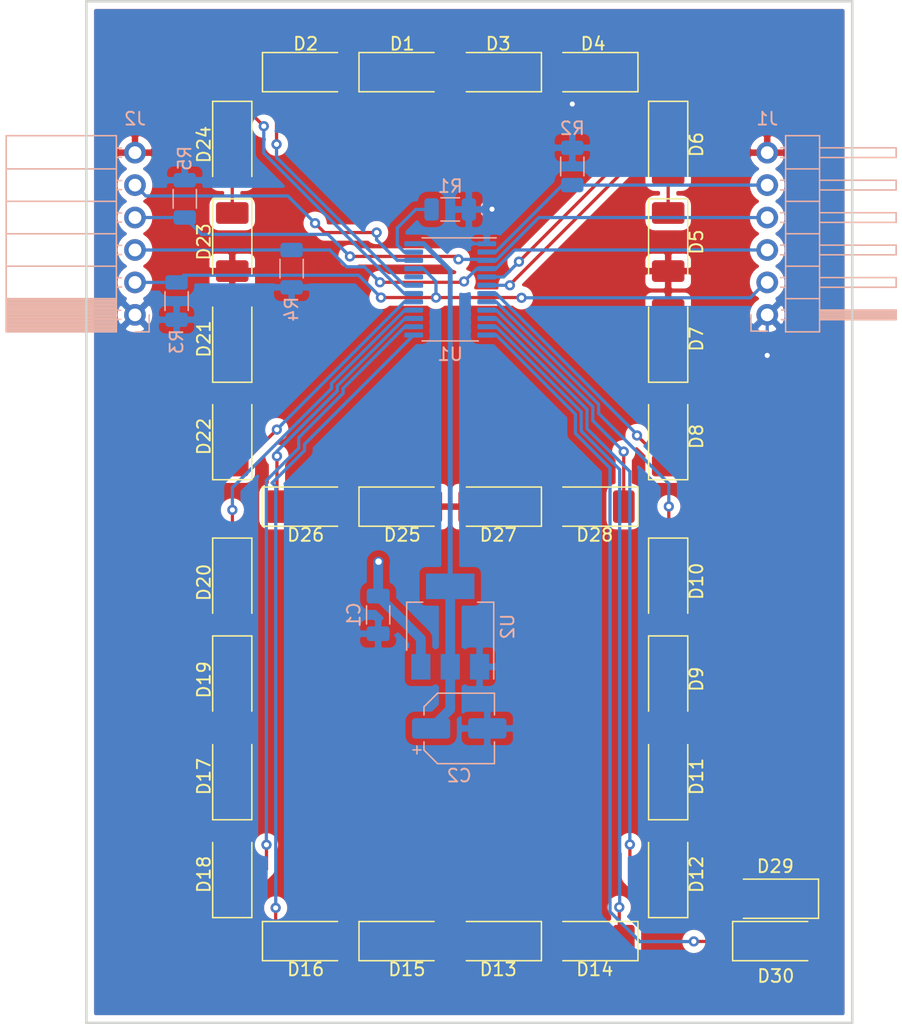
<source format=kicad_pcb>
(kicad_pcb (version 20171130) (host pcbnew "(5.1.8)-1")
  (layers (0 F.Cu signal) (31 B.Cu signal) (34 B.Paste user) (35 F.Paste user) (36 B.SilkS user) (37 F.SilkS user) (38 B.Mask user) (39 F.Mask user) (44 Edge.Cuts user))
  (net 0 "")
  (net 1 GND)
  (net 2 VCC)
  (net 3 +3V3)
  (net 4 "Net-(D1-Pad1)")
  (net 5 OUT00)
  (net 6 "Net-(D3-Pad1)")
  (net 7 OUT01)
  (net 8 "Net-(D5-Pad1)")
  (net 9 OUT02)
  (net 10 "Net-(D7-Pad1)")
  (net 11 OUT03)
  (net 12 "Net-(D10-Pad2)")
  (net 13 OUT04)
  (net 14 "Net-(D11-Pad1)")
  (net 15 OUT05)
  (net 16 "Net-(D13-Pad1)")
  (net 17 OUT06)
  (net 18 "Net-(D15-Pad1)")
  (net 19 OUT07)
  (net 20 "Net-(D17-Pad1)")
  (net 21 OUT08)
  (net 22 "Net-(D19-Pad1)")
  (net 23 OUT09)
  (net 24 "Net-(D21-Pad1)")
  (net 25 OUT10)
  (net 26 "Net-(D23-Pad1)")
  (net 27 OUT11)
  (net 28 "Net-(D25-Pad1)")
  (net 29 OUT12)
  (net 30 "Net-(D27-Pad1)")
  (net 31 OUT13)
  (net 32 SDI)
  (net 33 CLK)
  (net 34 LATCH)
  (net 35 !OE)
  (net 36 SDO)
  (net 37 "Net-(R1-Pad2)")
  (net 38 "Net-(D29-Pad1)")
  (net 39 OUT14)
  (module Resistor_SMD:R_1206_3216Metric (layer B.Cu) (at 125.13 78.6175 90)
    (fp_text reference R4 (at -3.175 0 90) (layer B.SilkS) (effects (justify mirror)))
    (fp_text value 100k)
    (pad 1 smd roundrect (at -1.4625 0 90) (size 1.125 1.75) (layers B.Cu B.Paste B.Mask) (roundrect_rratio 0.222222) (net 1 GND))
    (pad 2 smd roundrect (at 1.4625 0 90) (size 1.125 1.75) (layers B.Cu B.Paste B.Mask) (roundrect_rratio 0.222222) (net 34 LATCH))
  )
  (module Capacitor_SMD:C_1206_3216Metric (layer B.Cu) (at 131.91 105.73 90)
    (fp_text reference C1 (at 0 -1.905 90) (layer B.SilkS) (effects (justify mirror)))
    (fp_text value 0.1u)
    (pad 1 smd roundrect (at -1.475 0 90) (size 1.15 1.8) (layers B.Cu B.Paste B.Mask) (roundrect_rratio 0.217391) (net 1 GND))
    (pad 2 smd roundrect (at 1.475 0 90) (size 1.15 1.8) (layers B.Cu B.Paste B.Mask) (roundrect_rratio 0.217391) (net 2 VCC))
  )
  (module Capacitor_SMD:CP_Elec_5x5.4 (layer B.Cu) (at 138.26 114.62)
    (fp_text reference C2 (at 0 3.7) (layer B.SilkS) (effects (justify mirror)))
    (fp_text value 47u)
    (pad 1 smd roundrect (at -2.2 0) (size 3 1.6) (layers B.Cu B.Paste B.Mask) (roundrect_rratio 0.15625) (net 3 +3V3))
    (pad 2 smd roundrect (at 2.2 0) (size 3 1.6) (layers B.Cu B.Paste B.Mask) (roundrect_rratio 0.15625) (net 1 GND))
  )
  (module LED_SMD:LED_2010_5025Metric_Castellated (layer F.Cu) (at 133.794 63.23)
    (fp_text reference D1 (at 0 -2.22) (layer F.SilkS))
    (fp_text value LED)
    (pad 2 smd roundrect (at 2.275 0) (size 1.7 2.55) (layers F.Cu F.Paste F.Mask) (roundrect_rratio 0.147059) (net 2 VCC))
    (pad 1 smd roundrect (at -2.275 0) (size 1.7 2.55) (layers F.Cu F.Paste F.Mask) (roundrect_rratio 0.147059) (net 4 "Net-(D1-Pad1)"))
  )
  (module LED_SMD:LED_2010_5025Metric_Castellated (layer F.Cu) (at 126.232 63.23)
    (fp_text reference D2 (at 0 -2.22) (layer F.SilkS))
    (fp_text value LED)
    (pad 1 smd roundrect (at -2.275 0) (size 1.7 2.55) (layers F.Cu F.Paste F.Mask) (roundrect_rratio 0.147059) (net 5 OUT00))
    (pad 2 smd roundrect (at 2.275 0) (size 1.7 2.55) (layers F.Cu F.Paste F.Mask) (roundrect_rratio 0.147059) (net 4 "Net-(D1-Pad1)"))
  )
  (module LED_SMD:LED_2010_5025Metric_Castellated (layer F.Cu) (at 141.316 63.23 180)
    (fp_text reference D3 (at 0 2.22) (layer F.SilkS))
    (fp_text value LED)
    (pad 2 smd roundrect (at 2.275 0 180) (size 1.7 2.55) (layers F.Cu F.Paste F.Mask) (roundrect_rratio 0.147059) (net 2 VCC))
    (pad 1 smd roundrect (at -2.275 0 180) (size 1.7 2.55) (layers F.Cu F.Paste F.Mask) (roundrect_rratio 0.147059) (net 6 "Net-(D3-Pad1)"))
  )
  (module LED_SMD:LED_2010_5025Metric_Castellated (layer F.Cu) (at 148.878 63.23 180)
    (fp_text reference D4 (at 0.13 2.22) (layer F.SilkS))
    (fp_text value LED)
    (pad 1 smd roundrect (at -2.275 0 180) (size 1.7 2.55) (layers F.Cu F.Paste F.Mask) (roundrect_rratio 0.147059) (net 7 OUT01))
    (pad 2 smd roundrect (at 2.275 0 180) (size 1.7 2.55) (layers F.Cu F.Paste F.Mask) (roundrect_rratio 0.147059) (net 6 "Net-(D3-Pad1)"))
  )
  (module LED_SMD:LED_2010_5025Metric_Castellated (layer F.Cu) (at 154.63 76.533333 270)
    (fp_text reference D5 (at 0 -2.22 90) (layer F.SilkS))
    (fp_text value LED)
    (pad 2 smd roundrect (at 2.275 0 270) (size 1.7 2.55) (layers F.Cu F.Paste F.Mask) (roundrect_rratio 0.147059) (net 2 VCC))
    (pad 1 smd roundrect (at -2.275 0 270) (size 1.7 2.55) (layers F.Cu F.Paste F.Mask) (roundrect_rratio 0.147059) (net 8 "Net-(D5-Pad1)"))
  )
  (module LED_SMD:LED_2010_5025Metric_Castellated (layer F.Cu) (at 154.63 68.9 270)
    (fp_text reference D6 (at 0 -2.22 90) (layer F.SilkS))
    (fp_text value LED)
    (pad 1 smd roundrect (at -2.275 0 270) (size 1.7 2.55) (layers F.Cu F.Paste F.Mask) (roundrect_rratio 0.147059) (net 9 OUT02))
    (pad 2 smd roundrect (at 2.275 0 270) (size 1.7 2.55) (layers F.Cu F.Paste F.Mask) (roundrect_rratio 0.147059) (net 8 "Net-(D5-Pad1)"))
  )
  (module LED_SMD:LED_2010_5025Metric_Castellated (layer F.Cu) (at 154.63 84.126666 90)
    (fp_text reference D7 (at 0 2.22 90) (layer F.SilkS))
    (fp_text value LED)
    (pad 2 smd roundrect (at 2.275 0 90) (size 1.7 2.55) (layers F.Cu F.Paste F.Mask) (roundrect_rratio 0.147059) (net 2 VCC))
    (pad 1 smd roundrect (at -2.275 0 90) (size 1.7 2.55) (layers F.Cu F.Paste F.Mask) (roundrect_rratio 0.147059) (net 10 "Net-(D7-Pad1)"))
  )
  (module LED_SMD:LED_2010_5025Metric_Castellated (layer F.Cu) (at 154.63 91.76 90)
    (fp_text reference D8 (at 0 2.22 90) (layer F.SilkS))
    (fp_text value LED)
    (pad 1 smd roundrect (at -2.275 0 90) (size 1.7 2.55) (layers F.Cu F.Paste F.Mask) (roundrect_rratio 0.147059) (net 11 OUT03))
    (pad 2 smd roundrect (at 2.275 0 90) (size 1.7 2.55) (layers F.Cu F.Paste F.Mask) (roundrect_rratio 0.147059) (net 10 "Net-(D7-Pad1)"))
  )
  (module LED_SMD:LED_2010_5025Metric_Castellated (layer F.Cu) (at 154.63 110.763333 270)
    (fp_text reference D9 (at 0 -2.22 90) (layer F.SilkS))
    (fp_text value LED)
    (pad 2 smd roundrect (at 2.275 0 270) (size 1.7 2.55) (layers F.Cu F.Paste F.Mask) (roundrect_rratio 0.147059) (net 2 VCC))
    (pad 1 smd roundrect (at -2.275 0 270) (size 1.7 2.55) (layers F.Cu F.Paste F.Mask) (roundrect_rratio 0.147059) (net 12 "Net-(D10-Pad2)"))
  )
  (module LED_SMD:LED_2010_5025Metric_Castellated (layer F.Cu) (at 154.63 103.1 270)
    (fp_text reference D10 (at 0 -2.22 90) (layer F.SilkS))
    (fp_text value LED)
    (pad 1 smd roundrect (at -2.275 0 270) (size 1.7 2.55) (layers F.Cu F.Paste F.Mask) (roundrect_rratio 0.147059) (net 13 OUT04))
    (pad 2 smd roundrect (at 2.275 0 270) (size 1.7 2.55) (layers F.Cu F.Paste F.Mask) (roundrect_rratio 0.147059) (net 12 "Net-(D10-Pad2)"))
  )
  (module LED_SMD:LED_2010_5025Metric_Castellated (layer F.Cu) (at 154.63 118.386666 90)
    (fp_text reference D11 (at 0 2.22 90) (layer F.SilkS))
    (fp_text value LED)
    (pad 2 smd roundrect (at 2.275 0 90) (size 1.7 2.55) (layers F.Cu F.Paste F.Mask) (roundrect_rratio 0.147059) (net 2 VCC))
    (pad 1 smd roundrect (at -2.275 0 90) (size 1.7 2.55) (layers F.Cu F.Paste F.Mask) (roundrect_rratio 0.147059) (net 14 "Net-(D11-Pad1)"))
  )
  (module LED_SMD:LED_2010_5025Metric_Castellated (layer F.Cu) (at 154.63 126.05 90)
    (fp_text reference D12 (at 0 2.22 90) (layer F.SilkS))
    (fp_text value LED)
    (pad 1 smd roundrect (at -2.275 0 90) (size 1.7 2.55) (layers F.Cu F.Paste F.Mask) (roundrect_rratio 0.147059) (net 15 OUT05))
    (pad 2 smd roundrect (at 2.275 0 90) (size 1.7 2.55) (layers F.Cu F.Paste F.Mask) (roundrect_rratio 0.147059) (net 14 "Net-(D11-Pad1)"))
  )
  (module LED_SMD:LED_2010_5025Metric_Castellated (layer F.Cu) (at 141.316 131.275 180)
    (fp_text reference D13 (at 0 -2.22) (layer F.SilkS))
    (fp_text value LED)
    (pad 2 smd roundrect (at 2.275 0 180) (size 1.7 2.55) (layers F.Cu F.Paste F.Mask) (roundrect_rratio 0.147059) (net 2 VCC))
    (pad 1 smd roundrect (at -2.275 0 180) (size 1.7 2.55) (layers F.Cu F.Paste F.Mask) (roundrect_rratio 0.147059) (net 16 "Net-(D13-Pad1)"))
  )
  (module LED_SMD:LED_2010_5025Metric_Castellated (layer F.Cu) (at 148.878 131.275 180)
    (fp_text reference D14 (at 0 -2.22) (layer F.SilkS))
    (fp_text value LED)
    (pad 1 smd roundrect (at -2.275 0 180) (size 1.7 2.55) (layers F.Cu F.Paste F.Mask) (roundrect_rratio 0.147059) (net 17 OUT06))
    (pad 2 smd roundrect (at 2.275 0 180) (size 1.7 2.55) (layers F.Cu F.Paste F.Mask) (roundrect_rratio 0.147059) (net 16 "Net-(D13-Pad1)"))
  )
  (module LED_SMD:LED_2010_5025Metric_Castellated (layer F.Cu) (at 133.794 131.275)
    (fp_text reference D15 (at 0.366667 2.22) (layer F.SilkS))
    (fp_text value LED)
    (pad 2 smd roundrect (at 2.275 0) (size 1.7 2.55) (layers F.Cu F.Paste F.Mask) (roundrect_rratio 0.147059) (net 2 VCC))
    (pad 1 smd roundrect (at -2.275 0) (size 1.7 2.55) (layers F.Cu F.Paste F.Mask) (roundrect_rratio 0.147059) (net 18 "Net-(D15-Pad1)"))
  )
  (module LED_SMD:LED_2010_5025Metric_Castellated (layer F.Cu) (at 126.232 131.275)
    (fp_text reference D16 (at 0 2.22) (layer F.SilkS))
    (fp_text value LED)
    (pad 1 smd roundrect (at -2.275 0) (size 1.7 2.55) (layers F.Cu F.Paste F.Mask) (roundrect_rratio 0.147059) (net 19 OUT07))
    (pad 2 smd roundrect (at 2.275 0) (size 1.7 2.55) (layers F.Cu F.Paste F.Mask) (roundrect_rratio 0.147059) (net 18 "Net-(D15-Pad1)"))
  )
  (module LED_SMD:LED_2010_5025Metric_Castellated (layer F.Cu) (at 120.48 118.386666 90)
    (fp_text reference D17 (at 0 -2.22 90) (layer F.SilkS))
    (fp_text value LED)
    (pad 1 smd roundrect (at -2.275 0 90) (size 1.7 2.55) (layers F.Cu F.Paste F.Mask) (roundrect_rratio 0.147059) (net 20 "Net-(D17-Pad1)"))
    (pad 2 smd roundrect (at 2.275 0 90) (size 1.7 2.55) (layers F.Cu F.Paste F.Mask) (roundrect_rratio 0.147059) (net 2 VCC))
  )
  (module LED_SMD:LED_2010_5025Metric_Castellated (layer F.Cu) (at 120.48 126.05 90)
    (fp_text reference D18 (at 0 -2.22 90) (layer F.SilkS))
    (fp_text value LED)
    (pad 2 smd roundrect (at 2.275 0 90) (size 1.7 2.55) (layers F.Cu F.Paste F.Mask) (roundrect_rratio 0.147059) (net 20 "Net-(D17-Pad1)"))
    (pad 1 smd roundrect (at -2.275 0 90) (size 1.7 2.55) (layers F.Cu F.Paste F.Mask) (roundrect_rratio 0.147059) (net 21 OUT08))
  )
  (module LED_SMD:LED_2010_5025Metric_Castellated (layer F.Cu) (at 120.48 110.763333 270)
    (fp_text reference D19 (at 0.046667 2.22 90) (layer F.SilkS))
    (fp_text value LED)
    (pad 1 smd roundrect (at -2.275 0 270) (size 1.7 2.55) (layers F.Cu F.Paste F.Mask) (roundrect_rratio 0.147059) (net 22 "Net-(D19-Pad1)"))
    (pad 2 smd roundrect (at 2.275 0 270) (size 1.7 2.55) (layers F.Cu F.Paste F.Mask) (roundrect_rratio 0.147059) (net 2 VCC))
  )
  (module LED_SMD:LED_2010_5025Metric_Castellated (layer F.Cu) (at 120.48 103.1 270)
    (fp_text reference D20 (at 0.09 2.22 90) (layer F.SilkS))
    (fp_text value LED)
    (pad 2 smd roundrect (at 2.275 0 270) (size 1.7 2.55) (layers F.Cu F.Paste F.Mask) (roundrect_rratio 0.147059) (net 22 "Net-(D19-Pad1)"))
    (pad 1 smd roundrect (at -2.275 0 270) (size 1.7 2.55) (layers F.Cu F.Paste F.Mask) (roundrect_rratio 0.147059) (net 23 OUT09))
  )
  (module LED_SMD:LED_2010_5025Metric_Castellated (layer F.Cu) (at 120.48 84.126666 90)
    (fp_text reference D21 (at 0 -2.22 90) (layer F.SilkS))
    (fp_text value LED)
    (pad 2 smd roundrect (at 2.275 0 90) (size 1.7 2.55) (layers F.Cu F.Paste F.Mask) (roundrect_rratio 0.147059) (net 2 VCC))
    (pad 1 smd roundrect (at -2.275 0 90) (size 1.7 2.55) (layers F.Cu F.Paste F.Mask) (roundrect_rratio 0.147059) (net 24 "Net-(D21-Pad1)"))
  )
  (module LED_SMD:LED_2010_5025Metric_Castellated (layer F.Cu) (at 120.48 91.76 90)
    (fp_text reference D22 (at 0 -2.22 90) (layer F.SilkS))
    (fp_text value LED)
    (pad 1 smd roundrect (at -2.275 0 90) (size 1.7 2.55) (layers F.Cu F.Paste F.Mask) (roundrect_rratio 0.147059) (net 25 OUT10))
    (pad 2 smd roundrect (at 2.275 0 90) (size 1.7 2.55) (layers F.Cu F.Paste F.Mask) (roundrect_rratio 0.147059) (net 24 "Net-(D21-Pad1)"))
  )
  (module LED_SMD:LED_2010_5025Metric_Castellated (layer F.Cu) (at 120.48 76.533333 270)
    (fp_text reference D23 (at -0.013333 2.22 90) (layer F.SilkS))
    (fp_text value LED)
    (pad 2 smd roundrect (at 2.275 0 270) (size 1.7 2.55) (layers F.Cu F.Paste F.Mask) (roundrect_rratio 0.147059) (net 2 VCC))
    (pad 1 smd roundrect (at -2.275 0 270) (size 1.7 2.55) (layers F.Cu F.Paste F.Mask) (roundrect_rratio 0.147059) (net 26 "Net-(D23-Pad1)"))
  )
  (module LED_SMD:LED_2010_5025Metric_Castellated (layer F.Cu) (at 120.48 68.9 270)
    (fp_text reference D24 (at 0 2.22 90) (layer F.SilkS))
    (fp_text value LED)
    (pad 1 smd roundrect (at -2.275 0 270) (size 1.7 2.55) (layers F.Cu F.Paste F.Mask) (roundrect_rratio 0.147059) (net 27 OUT11))
    (pad 2 smd roundrect (at 2.275 0 270) (size 1.7 2.55) (layers F.Cu F.Paste F.Mask) (roundrect_rratio 0.147059) (net 26 "Net-(D23-Pad1)"))
  )
  (module LED_SMD:LED_2010_5025Metric_Castellated (layer F.Cu) (at 133.794 97.2525)
    (fp_text reference D25 (at 0 2.22) (layer F.SilkS))
    (fp_text value LED)
    (pad 1 smd roundrect (at -2.275 0) (size 1.7 2.55) (layers F.Cu F.Paste F.Mask) (roundrect_rratio 0.147059) (net 28 "Net-(D25-Pad1)"))
    (pad 2 smd roundrect (at 2.275 0) (size 1.7 2.55) (layers F.Cu F.Paste F.Mask) (roundrect_rratio 0.147059) (net 2 VCC))
  )
  (module LED_SMD:LED_2010_5025Metric_Castellated (layer F.Cu) (at 126.232 97.2525)
    (fp_text reference D26 (at 0 2.22) (layer F.SilkS))
    (fp_text value LED)
    (pad 2 smd roundrect (at 2.275 0) (size 1.7 2.55) (layers F.Cu F.Paste F.Mask) (roundrect_rratio 0.147059) (net 28 "Net-(D25-Pad1)"))
    (pad 1 smd roundrect (at -2.275 0) (size 1.7 2.55) (layers F.Cu F.Paste F.Mask) (roundrect_rratio 0.147059) (net 29 OUT12))
  )
  (module LED_SMD:LED_2010_5025Metric_Castellated (layer F.Cu) (at 141.316 97.2525 180)
    (fp_text reference D27 (at 0 -2.22) (layer F.SilkS))
    (fp_text value LED)
    (pad 1 smd roundrect (at -2.275 0 180) (size 1.7 2.55) (layers F.Cu F.Paste F.Mask) (roundrect_rratio 0.147059) (net 30 "Net-(D27-Pad1)"))
    (pad 2 smd roundrect (at 2.275 0 180) (size 1.7 2.55) (layers F.Cu F.Paste F.Mask) (roundrect_rratio 0.147059) (net 2 VCC))
  )
  (module LED_SMD:LED_2010_5025Metric_Castellated (layer F.Cu) (at 148.878 97.2525 180)
    (fp_text reference D28 (at 0 -2.22) (layer F.SilkS))
    (fp_text value LED)
    (pad 2 smd roundrect (at 2.275 0 180) (size 1.7 2.55) (layers F.Cu F.Paste F.Mask) (roundrect_rratio 0.147059) (net 30 "Net-(D27-Pad1)"))
    (pad 1 smd roundrect (at -2.275 0 180) (size 1.7 2.55) (layers F.Cu F.Paste F.Mask) (roundrect_rratio 0.147059) (net 31 OUT13))
  )
  (module Connector_PinHeader_2.54mm:PinHeader_1x06_P2.54mm_Horizontal (layer B.Cu) (at 162.39 82.235)
    (fp_text reference J1 (at 0 -15.355) (layer B.SilkS) (effects (justify mirror)))
    (fp_text value ENTRADA)
    (pad 1 thru_hole circle (at 0 0) (size 1.7 1.7) (drill 1) (layers *.Cu *.Mask) (net 1 GND))
    (pad 2 thru_hole oval (at 0 -2.54) (size 1.7 1.7) (drill 1) (layers *.Cu *.Mask) (net 35 !OE))
    (pad 3 thru_hole oval (at 0 -5.08) (size 1.7 1.7) (drill 1) (layers *.Cu *.Mask) (net 34 LATCH))
    (pad 4 thru_hole oval (at 0 -7.62) (size 1.7 1.7) (drill 1) (layers *.Cu *.Mask) (net 33 CLK))
    (pad 5 thru_hole oval (at 0 -10.16) (size 1.7 1.7) (drill 1) (layers *.Cu *.Mask) (net 32 SDI))
    (pad 6 thru_hole oval (at 0 -12.7) (size 1.7 1.7) (drill 1) (layers *.Cu *.Mask) (net 2 VCC))
  )
  (module Connector_PinSocket_2.54mm:PinSocket_1x06_P2.54mm_Horizontal (layer B.Cu) (at 112.86 82.235)
    (fp_text reference J2 (at 0 -15.355) (layer B.SilkS) (effects (justify mirror)))
    (fp_text value SALIDA)
    (pad 1 thru_hole circle (at 0 0) (size 1.7 1.7) (drill 1) (layers *.Cu *.Mask) (net 1 GND))
    (pad 2 thru_hole oval (at 0 -2.54) (size 1.7 1.7) (drill 1) (layers *.Cu *.Mask) (net 35 !OE))
    (pad 3 thru_hole oval (at 0 -5.08) (size 1.7 1.7) (drill 1) (layers *.Cu *.Mask) (net 34 LATCH))
    (pad 4 thru_hole oval (at 0 -7.62) (size 1.7 1.7) (drill 1) (layers *.Cu *.Mask) (net 33 CLK))
    (pad 5 thru_hole oval (at 0 -10.16) (size 1.7 1.7) (drill 1) (layers *.Cu *.Mask) (net 36 SDO))
    (pad 6 thru_hole oval (at 0 -12.7) (size 1.7 1.7) (drill 1) (layers *.Cu *.Mask) (net 2 VCC))
  )
  (module Resistor_SMD:R_1206_3216Metric (layer B.Cu) (at 137.555 73.98 180)
    (fp_text reference R1 (at 0 1.82) (layer B.SilkS) (effects (justify mirror)))
    (fp_text value 1k)
    (pad 1 smd roundrect (at -1.4625 0 180) (size 1.125 1.75) (layers B.Cu B.Paste B.Mask) (roundrect_rratio 0.222222) (net 1 GND))
    (pad 2 smd roundrect (at 1.4625 0 180) (size 1.125 1.75) (layers B.Cu B.Paste B.Mask) (roundrect_rratio 0.222222) (net 37 "Net-(R1-Pad2)"))
  )
  (module Resistor_SMD:R_1206_3216Metric (layer B.Cu) (at 147.12 70.6125 270)
    (fp_text reference R2 (at -2.9825 0 180) (layer B.SilkS) (effects (justify mirror)))
    (fp_text value 100k)
    (pad 1 smd roundrect (at -1.4625 0 270) (size 1.125 1.75) (layers B.Cu B.Paste B.Mask) (roundrect_rratio 0.222222) (net 1 GND))
    (pad 2 smd roundrect (at 1.4625 0 270) (size 1.125 1.75) (layers B.Cu B.Paste B.Mask) (roundrect_rratio 0.222222) (net 32 SDI))
  )
  (module Resistor_SMD:R_1206_3216Metric (layer B.Cu) (at 116.12 81.1575 90)
    (fp_text reference R3 (at -3.175 0 270) (layer B.SilkS) (effects (justify mirror)))
    (fp_text value 100k)
    (pad 2 smd roundrect (at 1.4625 0 90) (size 1.125 1.75) (layers B.Cu B.Paste B.Mask) (roundrect_rratio 0.222222) (net 35 !OE))
    (pad 1 smd roundrect (at -1.4625 0 90) (size 1.125 1.75) (layers B.Cu B.Paste B.Mask) (roundrect_rratio 0.222222) (net 1 GND))
  )
  (module Resistor_SMD:R_1206_3216Metric (layer B.Cu) (at 116.76 73.1525 270)
    (fp_text reference R5 (at -3.175 0 90) (layer B.SilkS) (effects (justify mirror)))
    (fp_text value 100k)
    (pad 2 smd roundrect (at 1.4625 0 270) (size 1.125 1.75) (layers B.Cu B.Paste B.Mask) (roundrect_rratio 0.222222) (net 33 CLK))
    (pad 1 smd roundrect (at -1.4625 0 270) (size 1.125 1.75) (layers B.Cu B.Paste B.Mask) (roundrect_rratio 0.222222) (net 1 GND))
  )
  (module Package_TO_SOT_SMD:SOT-223-3_TabPin2 (layer B.Cu) (at 137.555 106.64375 90)
    (fp_text reference U2 (at 0 4.5 270) (layer B.SilkS) (effects (justify mirror)))
    (fp_text value AMS1117-3.3)
    (pad 2 smd rect (at 3.15 0 90) (size 2 3.8) (layers B.Cu B.Paste B.Mask) (net 3 +3V3))
    (pad 2 smd rect (at -3.15 0 90) (size 2 1.5) (layers B.Cu B.Paste B.Mask) (net 3 +3V3))
    (pad 3 smd rect (at -3.15 -2.3 90) (size 2 1.5) (layers B.Cu B.Paste B.Mask) (net 2 VCC))
    (pad 1 smd rect (at -3.15 2.3 90) (size 2 1.5) (layers B.Cu B.Paste B.Mask) (net 1 GND))
  )
  (module LED_SMD:LED_2010_5025Metric_Castellated (layer F.Cu) (at 163.025 127.955 180)
    (fp_text reference D29 (at 0 2.54) (layer F.SilkS))
    (fp_text value LED)
    (pad 2 smd roundrect (at 2.275 0 180) (size 1.7 2.55) (layers F.Cu F.Paste F.Mask) (roundrect_rratio 0.147059) (net 2 VCC))
    (pad 1 smd roundrect (at -2.275 0 180) (size 1.7 2.55) (layers F.Cu F.Paste F.Mask) (roundrect_rratio 0.147059) (net 38 "Net-(D29-Pad1)"))
  )
  (module LED_SMD:LED_2010_5025Metric_Castellated (layer F.Cu) (at 163.065 131.275)
    (fp_text reference D30 (at 0 2.734999) (layer F.SilkS))
    (fp_text value LED)
    (pad 1 smd roundrect (at -2.275 0) (size 1.7 2.55) (layers F.Cu F.Paste F.Mask) (roundrect_rratio 0.147059) (net 39 OUT14))
    (pad 2 smd roundrect (at 2.275 0) (size 1.7 2.55) (layers F.Cu F.Paste F.Mask) (roundrect_rratio 0.147059) (net 38 "Net-(D29-Pad1)"))
  )
  (module Package_SO:TSSOP-24_4.4x7.8mm_P0.65mm (layer B.Cu) (at 137.555 80.24125 180)
    (fp_text reference U1 (at 0 -5.08) (layer B.SilkS) (effects (justify mirror)))
    (fp_text value STP16CP05)
    (pad 1 smd roundrect (at -2.8625 3.575 180) (size 1.475 0.4) (layers B.Cu B.Paste B.Mask) (net 1 GND))
    (pad 2 smd roundrect (at -2.8625 2.925 180) (size 1.475 0.4) (layers B.Cu B.Paste B.Mask) (net 32 SDI))
    (pad 3 smd roundrect (at -2.8625 2.275 180) (size 1.475 0.4) (layers B.Cu B.Paste B.Mask) (net 33 CLK))
    (pad 4 smd roundrect (at -2.8625 1.625 180) (size 1.475 0.4) (layers B.Cu B.Paste B.Mask) (net 34 LATCH))
    (pad 5 smd roundrect (at -2.8625 0.975 180) (size 1.475 0.4) (layers B.Cu B.Paste B.Mask) (net 7 OUT01))
    (pad 6 smd roundrect (at -2.8625 0.325 180) (size 1.475 0.4) (layers B.Cu B.Paste B.Mask) (net 9 OUT02))
    (pad 7 smd roundrect (at -2.8625 -0.325 180) (size 1.475 0.4) (layers B.Cu B.Paste B.Mask) (net 11 OUT03))
    (pad 8 smd roundrect (at -2.8625 -0.975 180) (size 1.475 0.4) (layers B.Cu B.Paste B.Mask) (net 13 OUT04))
    (pad 9 smd roundrect (at -2.8625 -1.625 180) (size 1.475 0.4) (layers B.Cu B.Paste B.Mask) (net 31 OUT13))
    (pad 10 smd roundrect (at -2.8625 -2.275 180) (size 1.475 0.4) (layers B.Cu B.Paste B.Mask) (net 15 OUT05))
    (pad 11 smd roundrect (at -2.8625 -2.925 180) (size 1.475 0.4) (layers B.Cu B.Paste B.Mask) (net 17 OUT06))
    (pad 12 smd roundrect (at -2.8625 -3.575 180) (size 1.475 0.4) (layers B.Cu B.Paste B.Mask) (net 39 OUT14))
    (pad 13 smd roundrect (at 2.8625 -3.575 180) (size 1.475 0.4) (layers B.Cu B.Paste B.Mask) (net 19 OUT07))
    (pad 14 smd roundrect (at 2.8625 -2.925 180) (size 1.475 0.4) (layers B.Cu B.Paste B.Mask) (net 21 OUT08))
    (pad 15 smd roundrect (at 2.8625 -2.275 180) (size 1.475 0.4) (layers B.Cu B.Paste B.Mask) (net 29 OUT12))
    (pad 16 smd roundrect (at 2.8625 -1.625 180) (size 1.475 0.4) (layers B.Cu B.Paste B.Mask) (net 23 OUT09))
    (pad 17 smd roundrect (at 2.8625 -0.975 180) (size 1.475 0.4) (layers B.Cu B.Paste B.Mask) (net 25 OUT10))
    (pad 18 smd roundrect (at 2.8625 -0.325 180) (size 1.475 0.4) (layers B.Cu B.Paste B.Mask) (net 27 OUT11))
    (pad 19 smd roundrect (at 2.8625 0.325 180) (size 1.475 0.4) (layers B.Cu B.Paste B.Mask) (net 5 OUT00))
    (pad 20 smd roundrect (at 2.8625 0.975 180) (size 1.475 0.4) (layers B.Cu B.Paste B.Mask))
    (pad 21 smd roundrect (at 2.8625 1.625 180) (size 1.475 0.4) (layers B.Cu B.Paste B.Mask) (net 35 !OE))
    (pad 22 smd roundrect (at 2.8625 2.275 180) (size 1.475 0.4) (layers B.Cu B.Paste B.Mask) (net 36 SDO))
    (pad 23 smd roundrect (at 2.8625 2.925 180) (size 1.475 0.4) (layers B.Cu B.Paste B.Mask) (net 37 "Net-(R1-Pad2)"))
    (pad 24 smd roundrect (at 2.8625 3.575 180) (size 1.475 0.4) (layers B.Cu B.Paste B.Mask) (net 3 +3V3))
  )
  (gr_line (start 109.05 57.68) (end 109.05 137.68) (layer Edge.Cuts) (width 0.2))
  (gr_line (start 169.05 57.68) (end 109.05 57.68) (layer Edge.Cuts) (width 0.2))
  (gr_line (start 169.05 137.68) (end 169.05 57.68) (layer Edge.Cuts) (width 0.2))
  (gr_line (start 109.05 137.68) (end 169.05 137.68) (layer Edge.Cuts) (width 0.2))
  (segment (start 140.4175 76.66625) (end 139.34625 76.66625) (width 0.254) (layer B.Cu) (net 1))
  (segment (start 139.0175 76.3375) (end 139.0175 73.98) (width 0.254) (layer B.Cu) (net 1))
  (segment (start 139.34625 76.66625) (end 139.0175 76.3375) (width 0.254) (layer B.Cu) (net 1))
  (via (at 140.83 73.96) (size 0.8) (drill 0.4) (layers F.Cu B.Cu) (net 1))
  (segment (start 140.81 73.98) (end 140.83 73.96) (width 0.254) (layer B.Cu) (net 1))
  (segment (start 139.0175 73.98) (end 140.81 73.98) (width 0.254) (layer B.Cu) (net 1))
  (via (at 162.39 85.41) (size 0.8) (drill 0.4) (layers F.Cu B.Cu) (net 1))
  (segment (start 162.39 82.235) (end 162.39 85.41) (width 0.254) (layer B.Cu) (net 1))
  (via (at 147.12 65.725) (size 0.8) (drill 0.4) (layers F.Cu B.Cu) (net 1))
  (segment (start 147.12 69.15) (end 147.12 65.725) (width 0.254) (layer B.Cu) (net 1))
  (segment (start 135.255 107.6) (end 135.255 109.79375) (width 0.762) (layer B.Cu) (net 2))
  (segment (start 131.91 104.255) (end 135.255 107.6) (width 0.762) (layer B.Cu) (net 2))
  (segment (start 131.91 101.59) (end 131.94 101.56) (width 0.762) (layer B.Cu) (net 2))
  (via (at 131.94 101.56) (size 0.762) (drill 0.508) (layers F.Cu B.Cu) (net 2))
  (segment (start 131.91 104.255) (end 131.91 101.59) (width 0.762) (layer B.Cu) (net 2))
  (segment (start 137.555 113.125) (end 137.555 109.79375) (width 0.762) (layer B.Cu) (net 3))
  (segment (start 136.06 114.62) (end 137.555 113.125) (width 0.762) (layer B.Cu) (net 3))
  (segment (start 137.555 109.79375) (end 137.555 103.49375) (width 0.762) (layer B.Cu) (net 3))
  (segment (start 137.555 78.747562) (end 137.555 103.49375) (width 0.381) (layer B.Cu) (net 3))
  (segment (start 135.473688 76.66625) (end 137.555 78.747562) (width 0.381) (layer B.Cu) (net 3))
  (segment (start 134.6925 76.66625) (end 135.473688 76.66625) (width 0.381) (layer B.Cu) (net 3))
  (segment (start 128.507 63.23) (end 131.519 63.23) (width 0.254) (layer F.Cu) (net 4))
  (segment (start 123.95 63.237) (end 123.957 63.23) (width 0.254) (layer F.Cu) (net 5))
  (segment (start 123.95 68.88) (end 123.95 63.237) (width 0.254) (layer F.Cu) (net 5))
  (via (at 123.95 68.88) (size 0.8) (drill 0.4) (layers F.Cu B.Cu) (net 5))
  (segment (start 123.95 69.91125) (end 123.95 68.88) (width 0.254) (layer B.Cu) (net 5))
  (segment (start 134.6925 79.91625) (end 133.955 79.91625) (width 0.254) (layer B.Cu) (net 5))
  (segment (start 133.955 79.91625) (end 123.95 69.91125) (width 0.254) (layer B.Cu) (net 5))
  (segment (start 143.591 63.23) (end 146.603 63.23) (width 0.254) (layer F.Cu) (net 6))
  (via (at 142.94 78.07) (size 0.8) (drill 0.4) (layers F.Cu B.Cu) (net 7))
  (segment (start 151.153 69.857) (end 142.94 78.07) (width 0.254) (layer F.Cu) (net 7))
  (segment (start 151.153 63.23) (end 151.153 69.857) (width 0.254) (layer F.Cu) (net 7))
  (segment (start 141.74375 79.26625) (end 140.4175 79.26625) (width 0.254) (layer B.Cu) (net 7))
  (segment (start 142.94 78.07) (end 141.74375 79.26625) (width 0.254) (layer B.Cu) (net 7))
  (segment (start 154.63 71.175) (end 154.63 74.258333) (width 0.254) (layer F.Cu) (net 8))
  (segment (start 154.605 66.65) (end 154.63 66.625) (width 0.254) (layer F.Cu) (net 9))
  (via (at 142.23 79.92) (size 0.8) (drill 0.4) (layers F.Cu B.Cu) (net 9))
  (segment (start 142.23 79.875) (end 142.23 79.92) (width 0.254) (layer F.Cu) (net 9))
  (segment (start 154.63 67.475) (end 142.23 79.875) (width 0.254) (layer F.Cu) (net 9))
  (segment (start 154.63 66.625) (end 154.63 67.475) (width 0.254) (layer F.Cu) (net 9))
  (segment (start 140.42125 79.92) (end 140.4175 79.91625) (width 0.254) (layer B.Cu) (net 9))
  (segment (start 142.23 79.92) (end 140.42125 79.92) (width 0.254) (layer B.Cu) (net 9))
  (segment (start 154.63 86.401666) (end 154.63 89.485) (width 0.254) (layer F.Cu) (net 10))
  (via (at 152.19 91.68) (size 0.8) (drill 0.4) (layers F.Cu B.Cu) (net 11))
  (segment (start 152.19 91.60125) (end 152.19 91.68) (width 0.254) (layer B.Cu) (net 11))
  (segment (start 141.155 80.56625) (end 152.19 91.60125) (width 0.254) (layer B.Cu) (net 11))
  (segment (start 140.4175 80.56625) (end 141.155 80.56625) (width 0.254) (layer B.Cu) (net 11))
  (segment (start 154.545 94.035) (end 154.63 94.035) (width 0.254) (layer F.Cu) (net 11))
  (segment (start 152.19 91.68) (end 154.545 94.035) (width 0.254) (layer F.Cu) (net 11))
  (segment (start 154.63 105.375) (end 154.63 108.488333) (width 0.254) (layer F.Cu) (net 12))
  (segment (start 149.17875 89.24) (end 149.17875 89.94875) (width 0.254) (layer B.Cu) (net 13))
  (segment (start 141.155 81.21625) (end 149.17875 89.24) (width 0.254) (layer B.Cu) (net 13))
  (segment (start 140.4175 81.21625) (end 141.155 81.21625) (width 0.254) (layer B.Cu) (net 13))
  (via (at 154.68 97.24) (size 0.8) (drill 0.4) (layers F.Cu B.Cu) (net 13))
  (segment (start 154.68 95.45) (end 154.68 97.24) (width 0.254) (layer B.Cu) (net 13))
  (segment (start 149.17875 89.94875) (end 154.68 95.45) (width 0.254) (layer B.Cu) (net 13))
  (segment (start 154.68 100.775) (end 154.63 100.825) (width 0.254) (layer F.Cu) (net 13))
  (segment (start 154.68 97.24) (end 154.68 100.775) (width 0.254) (layer F.Cu) (net 13))
  (segment (start 154.63 120.661666) (end 154.63 123.775) (width 0.254) (layer F.Cu) (net 14))
  (segment (start 148.27073 91.144826) (end 151.625904 94.5) (width 0.254) (layer B.Cu) (net 15))
  (segment (start 148.27073 89.63198) (end 148.27073 91.144826) (width 0.254) (layer B.Cu) (net 15))
  (segment (start 141.155 82.51625) (end 148.27073 89.63198) (width 0.254) (layer B.Cu) (net 15))
  (segment (start 140.4175 82.51625) (end 141.155 82.51625) (width 0.254) (layer B.Cu) (net 15))
  (via (at 151.63 123.71) (size 0.8) (drill 0.4) (layers F.Cu B.Cu) (net 15))
  (segment (start 151.625904 123.705904) (end 151.63 123.71) (width 0.254) (layer B.Cu) (net 15))
  (segment (start 151.625904 94.5) (end 151.625904 123.705904) (width 0.254) (layer B.Cu) (net 15))
  (segment (start 151.63 123.71) (end 151.63 126.26) (width 0.254) (layer F.Cu) (net 15))
  (segment (start 153.695 128.325) (end 154.63 128.325) (width 0.254) (layer F.Cu) (net 15))
  (segment (start 151.63 126.26) (end 153.695 128.325) (width 0.254) (layer F.Cu) (net 15))
  (segment (start 143.591 131.275) (end 146.603 131.275) (width 0.254) (layer F.Cu) (net 16))
  (segment (start 147.81672 91.332883) (end 148.082674 91.598836) (width 0.254) (layer B.Cu) (net 17))
  (segment (start 147.81672 89.82797) (end 147.81672 91.332883) (width 0.254) (layer B.Cu) (net 17))
  (segment (start 141.155 83.16625) (end 147.81672 89.82797) (width 0.254) (layer B.Cu) (net 17))
  (segment (start 140.4175 83.16625) (end 141.155 83.16625) (width 0.254) (layer B.Cu) (net 17))
  (segment (start 148.082674 91.598836) (end 150.83 94.346162) (width 0.254) (layer B.Cu) (net 17))
  (via (at 150.8 128.62) (size 0.8) (drill 0.4) (layers F.Cu B.Cu) (net 17))
  (segment (start 150.83 128.59) (end 150.8 128.62) (width 0.254) (layer B.Cu) (net 17))
  (segment (start 150.83 94.346162) (end 150.83 128.59) (width 0.254) (layer B.Cu) (net 17))
  (segment (start 150.8 130.922) (end 151.153 131.275) (width 0.254) (layer F.Cu) (net 17))
  (segment (start 150.8 128.62) (end 150.8 130.922) (width 0.254) (layer F.Cu) (net 17))
  (segment (start 128.507 131.275) (end 131.519 131.275) (width 0.254) (layer F.Cu) (net 18))
  (segment (start 126.144058 92.858067) (end 125.878104 93.12402) (width 0.254) (layer B.Cu) (net 19))
  (segment (start 126.144058 92.364692) (end 126.144058 92.858067) (width 0.254) (layer B.Cu) (net 19))
  (segment (start 134.6925 83.81625) (end 126.144058 92.364692) (width 0.254) (layer B.Cu) (net 19))
  (segment (start 125.878104 93.12402) (end 123.60401 95.398114) (width 0.254) (layer B.Cu) (net 19))
  (via (at 123.88 128.67) (size 0.8) (drill 0.4) (layers F.Cu B.Cu) (net 19))
  (segment (start 123.887001 128.662999) (end 123.88 128.67) (width 0.254) (layer B.Cu) (net 19))
  (segment (start 123.887001 95.681105) (end 123.887001 128.662999) (width 0.254) (layer B.Cu) (net 19))
  (segment (start 123.60401 95.398114) (end 123.887001 95.681105) (width 0.254) (layer B.Cu) (net 19))
  (segment (start 123.88 131.198) (end 123.957 131.275) (width 0.254) (layer F.Cu) (net 19))
  (segment (start 123.88 128.67) (end 123.88 131.198) (width 0.254) (layer F.Cu) (net 19))
  (segment (start 120.48 120.661666) (end 120.48 123.775) (width 0.254) (layer F.Cu) (net 20))
  (segment (start 133.99375 83.16625) (end 129.165384 87.994616) (width 0.254) (layer B.Cu) (net 21))
  (segment (start 134.6925 83.16625) (end 133.99375 83.16625) (width 0.254) (layer B.Cu) (net 21))
  (via (at 123.16 123.73) (size 0.8) (drill 0.4) (layers F.Cu B.Cu) (net 21))
  (segment (start 123.16 125.645) (end 120.48 128.325) (width 0.254) (layer F.Cu) (net 21))
  (segment (start 123.16 123.73) (end 123.16 125.645) (width 0.254) (layer F.Cu) (net 21))
  (segment (start 129.165384 88.374712) (end 128.89943 88.640665) (width 0.254) (layer B.Cu) (net 21))
  (segment (start 129.165384 87.994616) (end 129.165384 88.374712) (width 0.254) (layer B.Cu) (net 21))
  (segment (start 128.89943 88.640665) (end 125.690048 91.850047) (width 0.254) (layer B.Cu) (net 21))
  (segment (start 125.690048 92.67001) (end 123.15 95.210058) (width 0.254) (layer B.Cu) (net 21))
  (segment (start 125.690048 91.850047) (end 125.690048 92.67001) (width 0.254) (layer B.Cu) (net 21))
  (segment (start 123.15 123.72) (end 123.16 123.73) (width 0.254) (layer B.Cu) (net 21))
  (segment (start 123.15 95.210058) (end 123.15 123.72) (width 0.254) (layer B.Cu) (net 21))
  (segment (start 120.48 105.375) (end 120.48 108.488333) (width 0.254) (layer F.Cu) (net 22))
  (segment (start 134.001114 81.86625) (end 128.257364 87.61) (width 0.254) (layer B.Cu) (net 23))
  (segment (start 134.6925 81.86625) (end 134.001114 81.86625) (width 0.254) (layer B.Cu) (net 23))
  (segment (start 128.257364 87.998598) (end 120.49 95.765962) (width 0.254) (layer B.Cu) (net 23))
  (segment (start 128.257364 87.61) (end 128.257364 87.998598) (width 0.254) (layer B.Cu) (net 23))
  (via (at 120.49 97.51) (size 0.8) (drill 0.4) (layers F.Cu B.Cu) (net 23))
  (segment (start 120.49 95.765962) (end 120.49 97.51) (width 0.254) (layer B.Cu) (net 23))
  (segment (start 120.49 100.815) (end 120.48 100.825) (width 0.254) (layer F.Cu) (net 23))
  (segment (start 120.49 97.51) (end 120.49 100.815) (width 0.254) (layer F.Cu) (net 23))
  (segment (start 120.48 86.401666) (end 120.48 89.485) (width 0.254) (layer F.Cu) (net 24))
  (segment (start 133.96375 81.21625) (end 124.36 90.82) (width 0.254) (layer B.Cu) (net 25))
  (segment (start 134.6925 81.21625) (end 133.96375 81.21625) (width 0.254) (layer B.Cu) (net 25))
  (via (at 123.97 91.22) (size 0.8) (drill 0.4) (layers F.Cu B.Cu) (net 25))
  (segment (start 124.36 90.83) (end 123.97 91.22) (width 0.254) (layer B.Cu) (net 25))
  (segment (start 124.36 90.82) (end 124.36 90.83) (width 0.254) (layer B.Cu) (net 25))
  (segment (start 121.155 94.035) (end 120.48 94.035) (width 0.254) (layer F.Cu) (net 25))
  (segment (start 123.97 91.22) (end 121.155 94.035) (width 0.254) (layer F.Cu) (net 25))
  (segment (start 120.48 71.175) (end 120.48 74.258333) (width 0.254) (layer F.Cu) (net 26))
  (via (at 122.95 67.46) (size 0.8) (drill 0.4) (layers F.Cu B.Cu) (net 27))
  (segment (start 122.95 69.56125) (end 122.95 67.46) (width 0.254) (layer B.Cu) (net 27))
  (segment (start 133.955 80.56625) (end 122.95 69.56125) (width 0.254) (layer B.Cu) (net 27))
  (segment (start 134.6925 80.56625) (end 133.955 80.56625) (width 0.254) (layer B.Cu) (net 27))
  (segment (start 122.95 67.46) (end 122.11 66.62) (width 0.254) (layer F.Cu) (net 27))
  (segment (start 120.485 66.62) (end 120.48 66.625) (width 0.254) (layer F.Cu) (net 27))
  (segment (start 122.11 66.62) (end 120.485 66.62) (width 0.254) (layer F.Cu) (net 27))
  (segment (start 128.507 97.2525) (end 131.519 97.2525) (width 0.254) (layer F.Cu) (net 28))
  (segment (start 134.001114 82.51625) (end 128.711374 87.80599) (width 0.254) (layer B.Cu) (net 29))
  (segment (start 134.6925 82.51625) (end 134.001114 82.51625) (width 0.254) (layer B.Cu) (net 29))
  (segment (start 123.984067 97.225433) (end 123.957 97.2525) (width 0.254) (layer F.Cu) (net 29))
  (segment (start 123.984067 94.104067) (end 123.984067 97.225433) (width 0.254) (layer F.Cu) (net 29))
  (via (at 123.982048 93.302048) (size 0.8) (drill 0.4) (layers F.Cu B.Cu) (net 29))
  (segment (start 123.982048 92.915981) (end 123.982048 93.302048) (width 0.254) (layer B.Cu) (net 29))
  (segment (start 128.711374 88.186655) (end 123.982048 92.915981) (width 0.254) (layer B.Cu) (net 29))
  (segment (start 128.711374 87.80599) (end 128.711374 88.186655) (width 0.254) (layer B.Cu) (net 29))
  (segment (start 123.982048 94.102048) (end 123.984067 94.104067) (width 0.254) (layer F.Cu) (net 29))
  (segment (start 123.982048 93.302048) (end 123.982048 94.102048) (width 0.254) (layer F.Cu) (net 29))
  (segment (start 143.591 97.2525) (end 146.603 97.2525) (width 0.254) (layer F.Cu) (net 30))
  (via (at 151.145933 92.944067) (size 0.8) (drill 0.4) (layers F.Cu B.Cu) (net 31))
  (segment (start 148.72474 90.522874) (end 151.145933 92.944067) (width 0.254) (layer B.Cu) (net 31))
  (segment (start 148.72474 89.428056) (end 148.72474 90.522874) (width 0.254) (layer B.Cu) (net 31))
  (segment (start 141.162934 81.86625) (end 148.72474 89.428056) (width 0.254) (layer B.Cu) (net 31))
  (segment (start 140.4175 81.86625) (end 141.162934 81.86625) (width 0.254) (layer B.Cu) (net 31))
  (segment (start 151.145933 97.245433) (end 151.153 97.2525) (width 0.254) (layer F.Cu) (net 31))
  (segment (start 151.145933 92.944067) (end 151.145933 97.245433) (width 0.254) (layer F.Cu) (net 31))
  (segment (start 146.350136 72.075) (end 147.12 72.075) (width 0.254) (layer B.Cu) (net 32))
  (segment (start 141.108886 77.31625) (end 146.350136 72.075) (width 0.254) (layer B.Cu) (net 32))
  (segment (start 140.4175 77.31625) (end 141.108886 77.31625) (width 0.254) (layer B.Cu) (net 32))
  (segment (start 147.12 72.075) (end 161.12 72.075) (width 0.254) (layer B.Cu) (net 32))
  (segment (start 161.12 72.075) (end 162.39 72.075) (width 0.254) (layer B.Cu) (net 32))
  (segment (start 140.4175 77.96625) (end 141.147066 77.96625) (width 0.254) (layer B.Cu) (net 33))
  (segment (start 141.147066 77.96625) (end 144.498316 74.615) (width 0.254) (layer B.Cu) (net 33))
  (segment (start 144.498316 74.615) (end 161.12 74.615) (width 0.254) (layer B.Cu) (net 33))
  (via (at 129.7 77.66) (size 0.8) (drill 0.4) (layers F.Cu B.Cu) (net 33))
  (segment (start 127.97299 75.93299) (end 129.7 77.66) (width 0.254) (layer B.Cu) (net 33))
  (via (at 138.2 77.89) (size 0.8) (drill 0.4) (layers F.Cu B.Cu) (net 33))
  (segment (start 137.97 77.66) (end 138.2 77.89) (width 0.254) (layer F.Cu) (net 33))
  (segment (start 129.7 77.66) (end 137.97 77.66) (width 0.254) (layer F.Cu) (net 33))
  (segment (start 140.34125 77.89) (end 140.4175 77.96625) (width 0.254) (layer B.Cu) (net 33))
  (segment (start 138.2 77.89) (end 140.34125 77.89) (width 0.254) (layer B.Cu) (net 33))
  (segment (start 161.12 74.615) (end 162.39 74.615) (width 0.254) (layer B.Cu) (net 33))
  (segment (start 112.86 74.615) (end 116.76 74.615) (width 0.254) (layer B.Cu) (net 33))
  (segment (start 118.07799 75.93299) (end 127.97299 75.93299) (width 0.254) (layer B.Cu) (net 33))
  (segment (start 116.76 74.615) (end 118.07799 75.93299) (width 0.254) (layer B.Cu) (net 33))
  (segment (start 140.4175 78.61625) (end 141.139132 78.61625) (width 0.254) (layer B.Cu) (net 34))
  (segment (start 141.139132 78.61625) (end 142.600382 77.155) (width 0.254) (layer B.Cu) (net 34))
  (segment (start 142.600382 77.155) (end 161.12 77.155) (width 0.254) (layer B.Cu) (net 34))
  (via (at 132.045308 79.684692) (size 0.8) (drill 0.4) (layers F.Cu B.Cu) (net 34))
  (segment (start 130.833606 78.47299) (end 132.045308 79.684692) (width 0.254) (layer B.Cu) (net 34))
  (via (at 138.64 79.62) (size 0.8) (drill 0.4) (layers F.Cu B.Cu) (net 34))
  (segment (start 138.575308 79.684692) (end 138.64 79.62) (width 0.254) (layer F.Cu) (net 34))
  (segment (start 132.045308 79.684692) (end 138.575308 79.684692) (width 0.254) (layer F.Cu) (net 34))
  (segment (start 139.64375 78.61625) (end 140.4175 78.61625) (width 0.254) (layer B.Cu) (net 34))
  (segment (start 138.64 79.62) (end 139.64375 78.61625) (width 0.254) (layer B.Cu) (net 34))
  (segment (start 161.12 77.155) (end 162.39 77.155) (width 0.254) (layer B.Cu) (net 34))
  (segment (start 112.86 77.155) (end 125.13 77.155) (width 0.254) (layer B.Cu) (net 34))
  (segment (start 125.13 77.155) (end 128.119038 77.155) (width 0.254) (layer B.Cu) (net 34))
  (segment (start 129.437028 78.47299) (end 130.833606 78.47299) (width 0.254) (layer B.Cu) (net 34))
  (segment (start 128.119038 77.155) (end 129.437028 78.47299) (width 0.254) (layer B.Cu) (net 34))
  (segment (start 134.69625 78.62) (end 134.6925 78.61625) (width 0.254) (layer B.Cu) (net 35))
  (via (at 132.13 80.88) (size 0.8) (drill 0.4) (layers F.Cu B.Cu) (net 35))
  (segment (start 132.12701 80.87701) (end 132.13 80.88) (width 0.254) (layer B.Cu) (net 35))
  (via (at 143.14 80.9) (size 0.8) (drill 0.4) (layers F.Cu B.Cu) (net 35))
  (segment (start 143.12 80.88) (end 143.14 80.9) (width 0.254) (layer F.Cu) (net 35))
  (via (at 136.44 80.88) (size 0.8) (drill 0.4) (layers F.Cu B.Cu) (net 35))
  (segment (start 135.43 78.61625) (end 136.44 79.62625) (width 0.254) (layer B.Cu) (net 35))
  (segment (start 134.6925 78.61625) (end 135.43 78.61625) (width 0.254) (layer B.Cu) (net 35))
  (segment (start 136.44 80.88) (end 143.12 80.88) (width 0.254) (layer F.Cu) (net 35))
  (segment (start 136.44 79.62625) (end 136.44 80.88) (width 0.254) (layer B.Cu) (net 35))
  (segment (start 132.13 80.88) (end 136.44 80.88) (width 0.254) (layer F.Cu) (net 35))
  (segment (start 162.265 79.695) (end 162.39 79.695) (width 0.254) (layer B.Cu) (net 35))
  (segment (start 161.06 80.9) (end 162.265 79.695) (width 0.254) (layer B.Cu) (net 35))
  (segment (start 143.14 80.9) (end 161.06 80.9) (width 0.254) (layer B.Cu) (net 35))
  (segment (start 112.86 79.695) (end 116.12 79.695) (width 0.254) (layer B.Cu) (net 35))
  (segment (start 130.3825 79.1325) (end 132.13 80.88) (width 0.254) (layer B.Cu) (net 35))
  (segment (start 116.6825 79.1325) (end 130.3825 79.1325) (width 0.254) (layer B.Cu) (net 35))
  (segment (start 116.12 79.695) (end 116.6825 79.1325) (width 0.254) (layer B.Cu) (net 35))
  (via (at 126.97 75.06) (size 0.8) (drill 0.4) (layers F.Cu B.Cu) (net 36))
  (segment (start 127.7 75.79) (end 131.79 75.79) (width 0.254) (layer F.Cu) (net 36))
  (via (at 131.79 75.79) (size 0.8) (drill 0.4) (layers F.Cu B.Cu) (net 36))
  (segment (start 126.97 75.06) (end 127.7 75.79) (width 0.254) (layer F.Cu) (net 36))
  (segment (start 133.400565 77.96625) (end 134.6925 77.96625) (width 0.254) (layer B.Cu) (net 36))
  (segment (start 131.79 76.355685) (end 133.400565 77.96625) (width 0.254) (layer B.Cu) (net 36))
  (segment (start 131.79 75.79) (end 131.79 76.355685) (width 0.254) (layer B.Cu) (net 36))
  (segment (start 124.834999 72.924999) (end 126.97 75.06) (width 0.254) (layer B.Cu) (net 36))
  (segment (start 113.709999 72.924999) (end 124.834999 72.924999) (width 0.254) (layer B.Cu) (net 36))
  (segment (start 112.86 72.075) (end 113.709999 72.924999) (width 0.254) (layer B.Cu) (net 36))
  (segment (start 133.955 77.31625) (end 133.41 76.77125) (width 0.254) (layer B.Cu) (net 37))
  (segment (start 134.6925 77.31625) (end 133.955 77.31625) (width 0.254) (layer B.Cu) (net 37))
  (segment (start 133.41 76.77125) (end 133.41 75.43) (width 0.254) (layer B.Cu) (net 37))
  (segment (start 134.86 73.98) (end 136.0925 73.98) (width 0.254) (layer B.Cu) (net 37))
  (segment (start 133.41 75.43) (end 134.86 73.98) (width 0.254) (layer B.Cu) (net 37))
  (segment (start 165.34 127.995) (end 165.3 127.955) (width 0.254) (layer F.Cu) (net 38))
  (segment (start 165.34 131.275) (end 165.34 127.995) (width 0.254) (layer F.Cu) (net 38))
  (segment (start 140.4175 83.81625) (end 141.162934 83.81625) (width 0.254) (layer B.Cu) (net 39))
  (segment (start 141.162934 83.81625) (end 146.593342 89.246658) (width 0.254) (layer B.Cu) (net 39))
  (segment (start 146.593342 89.246658) (end 147.36271 90.016026) (width 0.254) (layer B.Cu) (net 39))
  (segment (start 147.36271 90.016026) (end 147.36271 91.520938) (width 0.254) (layer B.Cu) (net 39))
  (segment (start 147.36271 91.520938) (end 147.628665 91.786893) (width 0.254) (layer B.Cu) (net 39))
  (segment (start 147.628665 91.786893) (end 149.565886 93.724114) (width 0.254) (layer B.Cu) (net 39))
  (segment (start 149.565886 93.724114) (end 150.072999 94.231227) (width 0.254) (layer B.Cu) (net 39))
  (segment (start 152.414038 131.31) (end 154.03 131.31) (width 0.254) (layer B.Cu) (net 39))
  (segment (start 150.072999 128.968961) (end 152.414038 131.31) (width 0.254) (layer B.Cu) (net 39))
  (segment (start 150.072999 94.231227) (end 150.072999 128.968961) (width 0.254) (layer B.Cu) (net 39))
  (segment (start 160.755 131.31) (end 160.79 131.275) (width 0.254) (layer F.Cu) (net 39))
  (via (at 156.64 131.3) (size 0.8) (drill 0.4) (layers F.Cu B.Cu) (net 39))
  (segment (start 156.63 131.31) (end 156.64 131.3) (width 0.254) (layer B.Cu) (net 39))
  (segment (start 154.03 131.31) (end 156.63 131.31) (width 0.254) (layer B.Cu) (net 39))
  (segment (start 160.765 131.3) (end 160.79 131.275) (width 0.254) (layer F.Cu) (net 39))
  (segment (start 156.64 131.3) (end 160.765 131.3) (width 0.254) (layer F.Cu) (net 39))
  (zone (net 2) (net_name VCC) (layer F.Cu) (connect_pads (clearance 0.508)) (min_thickness 0.254) (fill yes (arc_segments 32) (thermal_gap 0.508) (thermal_bridge_width 0.508))
    (polygon (pts (xy 169.07 137.7) (xy 109.05 137.7) (xy 109.05 57.67) (xy 169.07 57.67)))
  )
  (zone (net 1) (net_name GND) (layer B.Cu) (connect_pads (clearance 0.508)) (min_thickness 0.254) (fill yes (arc_segments 32) (thermal_gap 0.508) (thermal_bridge_width 0.508))
    (polygon (pts (xy 169.07 137.7) (xy 109.05 137.7) (xy 109.05 57.67) (xy 169.07 57.67)))
  )
)
</source>
